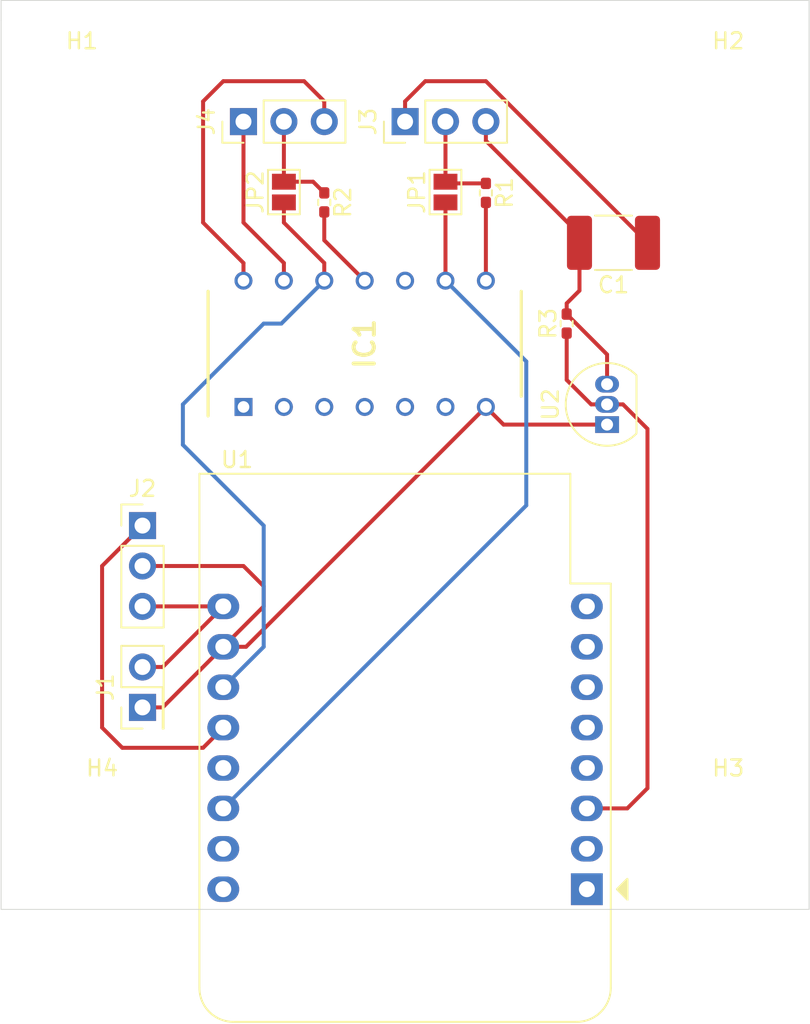
<source format=kicad_pcb>
(kicad_pcb (version 20171130) (host pcbnew "(5.1.9)-1")

  (general
    (thickness 1.6)
    (drawings 5)
    (tracks 71)
    (zones 0)
    (modules 17)
    (nets 26)
  )

  (page A4)
  (layers
    (0 F.Cu signal)
    (31 B.Cu signal)
    (32 B.Adhes user)
    (33 F.Adhes user)
    (34 B.Paste user)
    (35 F.Paste user)
    (36 B.SilkS user)
    (37 F.SilkS user)
    (38 B.Mask user)
    (39 F.Mask user)
    (40 Dwgs.User user)
    (41 Cmts.User user)
    (42 Eco1.User user)
    (43 Eco2.User user)
    (44 Edge.Cuts user)
    (45 Margin user)
    (46 B.CrtYd user)
    (47 F.CrtYd user)
    (48 B.Fab user)
    (49 F.Fab user)
  )

  (setup
    (last_trace_width 0.25)
    (user_trace_width 2)
    (trace_clearance 0.2)
    (zone_clearance 0.508)
    (zone_45_only no)
    (trace_min 0.2)
    (via_size 0.8)
    (via_drill 0.4)
    (via_min_size 0.4)
    (via_min_drill 0.3)
    (uvia_size 0.3)
    (uvia_drill 0.1)
    (uvias_allowed no)
    (uvia_min_size 0.2)
    (uvia_min_drill 0.1)
    (edge_width 0.05)
    (segment_width 0.2)
    (pcb_text_width 0.3)
    (pcb_text_size 1.5 1.5)
    (mod_edge_width 0.12)
    (mod_text_size 1 1)
    (mod_text_width 0.15)
    (pad_size 1.524 1.524)
    (pad_drill 0.762)
    (pad_to_mask_clearance 0)
    (aux_axis_origin 0 0)
    (visible_elements 7FFFFFFF)
    (pcbplotparams
      (layerselection 0x010fc_ffffffff)
      (usegerberextensions false)
      (usegerberattributes true)
      (usegerberadvancedattributes true)
      (creategerberjobfile true)
      (excludeedgelayer true)
      (linewidth 0.100000)
      (plotframeref false)
      (viasonmask false)
      (mode 1)
      (useauxorigin false)
      (hpglpennumber 1)
      (hpglpenspeed 20)
      (hpglpendiameter 15.000000)
      (psnegative false)
      (psa4output false)
      (plotreference true)
      (plotvalue true)
      (plotinvisibletext false)
      (padsonsilk false)
      (subtractmaskfromsilk false)
      (outputformat 1)
      (mirror false)
      (drillshape 1)
      (scaleselection 1)
      (outputdirectory ""))
  )

  (net 0 "")
  (net 1 +5V)
  (net 2 GND)
  (net 3 "Net-(IC1-Pad12)")
  (net 4 "Net-(IC1-Pad11)")
  (net 5 "Net-(IC1-Pad10)")
  (net 6 "Net-(IC1-Pad8)")
  (net 7 "Net-(IC1-Pad6)")
  (net 8 "Net-(IC1-Pad4)")
  (net 9 "Net-(IC1-Pad3)")
  (net 10 "Net-(IC1-Pad1)")
  (net 11 "Net-(R3-Pad1)")
  (net 12 "Net-(U1-Pad16)")
  (net 13 "Net-(U1-Pad13)")
  (net 14 "Net-(U1-Pad8)")
  (net 15 "Net-(U1-Pad7)")
  (net 16 "Net-(U1-Pad5)")
  (net 17 "Net-(U1-Pad4)")
  (net 18 "Net-(U1-Pad2)")
  (net 19 "Net-(U1-Pad1)")
  (net 20 "Net-(U1-Pad15)")
  (net 21 "Net-(U1-Pad6)")
  (net 22 D1)
  (net 23 "Net-(J2-Pad1)")
  (net 24 "Net-(J3-Pad2)")
  (net 25 "Net-(J4-Pad2)")

  (net_class Default "This is the default net class."
    (clearance 0.2)
    (trace_width 0.25)
    (via_dia 0.8)
    (via_drill 0.4)
    (uvia_dia 0.3)
    (uvia_drill 0.1)
    (add_net +5V)
    (add_net D1)
    (add_net GND)
    (add_net "Net-(IC1-Pad1)")
    (add_net "Net-(IC1-Pad10)")
    (add_net "Net-(IC1-Pad11)")
    (add_net "Net-(IC1-Pad12)")
    (add_net "Net-(IC1-Pad3)")
    (add_net "Net-(IC1-Pad4)")
    (add_net "Net-(IC1-Pad6)")
    (add_net "Net-(IC1-Pad8)")
    (add_net "Net-(J2-Pad1)")
    (add_net "Net-(J3-Pad2)")
    (add_net "Net-(J4-Pad2)")
    (add_net "Net-(R3-Pad1)")
    (add_net "Net-(U1-Pad1)")
    (add_net "Net-(U1-Pad13)")
    (add_net "Net-(U1-Pad15)")
    (add_net "Net-(U1-Pad16)")
    (add_net "Net-(U1-Pad2)")
    (add_net "Net-(U1-Pad4)")
    (add_net "Net-(U1-Pad5)")
    (add_net "Net-(U1-Pad6)")
    (add_net "Net-(U1-Pad7)")
    (add_net "Net-(U1-Pad8)")
  )

  (module Connector_PinHeader_2.54mm:PinHeader_1x03_P2.54mm_Vertical (layer F.Cu) (tedit 59FED5CC) (tstamp 608ACA78)
    (at 83.82 66.04)
    (descr "Through hole straight pin header, 1x03, 2.54mm pitch, single row")
    (tags "Through hole pin header THT 1x03 2.54mm single row")
    (path /607296B9)
    (fp_text reference J2 (at 0 -2.33) (layer F.SilkS)
      (effects (font (size 1 1) (thickness 0.15)))
    )
    (fp_text value Conn_01x03_Male (at 0 7.41) (layer F.Fab)
      (effects (font (size 1 1) (thickness 0.15)))
    )
    (fp_line (start -0.635 -1.27) (end 1.27 -1.27) (layer F.Fab) (width 0.1))
    (fp_line (start 1.27 -1.27) (end 1.27 6.35) (layer F.Fab) (width 0.1))
    (fp_line (start 1.27 6.35) (end -1.27 6.35) (layer F.Fab) (width 0.1))
    (fp_line (start -1.27 6.35) (end -1.27 -0.635) (layer F.Fab) (width 0.1))
    (fp_line (start -1.27 -0.635) (end -0.635 -1.27) (layer F.Fab) (width 0.1))
    (fp_line (start -1.33 6.41) (end 1.33 6.41) (layer F.SilkS) (width 0.12))
    (fp_line (start -1.33 1.27) (end -1.33 6.41) (layer F.SilkS) (width 0.12))
    (fp_line (start 1.33 1.27) (end 1.33 6.41) (layer F.SilkS) (width 0.12))
    (fp_line (start -1.33 1.27) (end 1.33 1.27) (layer F.SilkS) (width 0.12))
    (fp_line (start -1.33 0) (end -1.33 -1.33) (layer F.SilkS) (width 0.12))
    (fp_line (start -1.33 -1.33) (end 0 -1.33) (layer F.SilkS) (width 0.12))
    (fp_line (start -1.8 -1.8) (end -1.8 6.85) (layer F.CrtYd) (width 0.05))
    (fp_line (start -1.8 6.85) (end 1.8 6.85) (layer F.CrtYd) (width 0.05))
    (fp_line (start 1.8 6.85) (end 1.8 -1.8) (layer F.CrtYd) (width 0.05))
    (fp_line (start 1.8 -1.8) (end -1.8 -1.8) (layer F.CrtYd) (width 0.05))
    (fp_text user %R (at 0 2.54 90) (layer F.Fab)
      (effects (font (size 1 1) (thickness 0.15)))
    )
    (pad 3 thru_hole oval (at 0 5.08) (size 1.7 1.7) (drill 1) (layers *.Cu *.Mask)
      (net 1 +5V))
    (pad 2 thru_hole oval (at 0 2.54) (size 1.7 1.7) (drill 1) (layers *.Cu *.Mask)
      (net 2 GND))
    (pad 1 thru_hole rect (at 0 0) (size 1.7 1.7) (drill 1) (layers *.Cu *.Mask)
      (net 23 "Net-(J2-Pad1)"))
    (model ${KISYS3DMOD}/Connector_PinHeader_2.54mm.3dshapes/PinHeader_1x03_P2.54mm_Vertical.wrl
      (at (xyz 0 0 0))
      (scale (xyz 1 1 1))
      (rotate (xyz 0 0 0))
    )
  )

  (module Module:WEMOS_D1_mini_light (layer F.Cu) (tedit 5BBFB1CE) (tstamp 6075141E)
    (at 111.76 88.9 180)
    (descr "16-pin module, column spacing 22.86 mm (900 mils), https://wiki.wemos.cc/products:d1:d1_mini, https://c1.staticflickr.com/1/734/31400410271_f278b087db_z.jpg")
    (tags "ESP8266 WiFi microcontroller")
    (path /6076C9DF)
    (fp_text reference U1 (at 22 27) (layer F.SilkS)
      (effects (font (size 1 1) (thickness 0.15)))
    )
    (fp_text value WeMos_D1_mini (at 11.7 0) (layer F.Fab)
      (effects (font (size 1 1) (thickness 0.15)))
    )
    (fp_line (start 1.04 26.12) (end 24.36 26.12) (layer F.SilkS) (width 0.12))
    (fp_line (start -1.5 19.22) (end -1.5 -6.21) (layer F.SilkS) (width 0.12))
    (fp_line (start 24.36 26.12) (end 24.36 -6.21) (layer F.SilkS) (width 0.12))
    (fp_line (start 22.24 -8.34) (end 0.63 -8.34) (layer F.SilkS) (width 0.12))
    (fp_line (start 1.17 25.99) (end 24.23 25.99) (layer F.Fab) (width 0.1))
    (fp_line (start 24.23 25.99) (end 24.23 -6.21) (layer F.Fab) (width 0.1))
    (fp_line (start 22.23 -8.21) (end 0.63 -8.21) (layer F.Fab) (width 0.1))
    (fp_line (start -1.37 1) (end -1.37 19.09) (layer F.Fab) (width 0.1))
    (fp_line (start -1.62 -8.46) (end 24.48 -8.46) (layer F.CrtYd) (width 0.05))
    (fp_line (start 24.48 -8.41) (end 24.48 26.24) (layer F.CrtYd) (width 0.05))
    (fp_line (start 24.48 26.24) (end -1.62 26.24) (layer F.CrtYd) (width 0.05))
    (fp_line (start -1.62 26.24) (end -1.62 -8.46) (layer F.CrtYd) (width 0.05))
    (fp_poly (pts (xy -2.54 -0.635) (xy -2.54 0.635) (xy -1.905 0)) (layer F.SilkS) (width 0.15))
    (fp_line (start -1.35 -1.4) (end 24.25 -1.4) (layer Dwgs.User) (width 0.1))
    (fp_line (start 24.25 -1.4) (end 24.25 -8.2) (layer Dwgs.User) (width 0.1))
    (fp_line (start 24.25 -8.2) (end -1.35 -8.2) (layer Dwgs.User) (width 0.1))
    (fp_line (start -1.35 -8.2) (end -1.35 -1.4) (layer Dwgs.User) (width 0.1))
    (fp_line (start -1.35 -1.4) (end 5.45 -8.2) (layer Dwgs.User) (width 0.1))
    (fp_line (start 0.65 -1.4) (end 7.45 -8.2) (layer Dwgs.User) (width 0.1))
    (fp_line (start 2.65 -1.4) (end 9.45 -8.2) (layer Dwgs.User) (width 0.1))
    (fp_line (start 4.65 -1.4) (end 11.45 -8.2) (layer Dwgs.User) (width 0.1))
    (fp_line (start 6.65 -1.4) (end 13.45 -8.2) (layer Dwgs.User) (width 0.1))
    (fp_line (start 8.65 -1.4) (end 15.45 -8.2) (layer Dwgs.User) (width 0.1))
    (fp_line (start 10.65 -1.4) (end 17.45 -8.2) (layer Dwgs.User) (width 0.1))
    (fp_line (start 12.65 -1.4) (end 19.45 -8.2) (layer Dwgs.User) (width 0.1))
    (fp_line (start 14.65 -1.4) (end 21.45 -8.2) (layer Dwgs.User) (width 0.1))
    (fp_line (start 16.65 -1.4) (end 23.45 -8.2) (layer Dwgs.User) (width 0.1))
    (fp_line (start 18.65 -1.4) (end 24.25 -7) (layer Dwgs.User) (width 0.1))
    (fp_line (start 20.65 -1.4) (end 24.25 -5) (layer Dwgs.User) (width 0.1))
    (fp_line (start 22.65 -1.4) (end 24.25 -3) (layer Dwgs.User) (width 0.1))
    (fp_line (start -1.35 -3.4) (end 3.45 -8.2) (layer Dwgs.User) (width 0.1))
    (fp_line (start -1.3 -5.45) (end 1.45 -8.2) (layer Dwgs.User) (width 0.1))
    (fp_line (start -1.35 -7.4) (end -0.55 -8.2) (layer Dwgs.User) (width 0.1))
    (fp_line (start -1.37 19.09) (end 1.17 19.09) (layer F.Fab) (width 0.1))
    (fp_line (start 1.17 19.09) (end 1.17 25.99) (layer F.Fab) (width 0.1))
    (fp_line (start -1.37 -6.21) (end -1.37 -1) (layer F.Fab) (width 0.1))
    (fp_line (start -1.37 1) (end -0.37 0) (layer F.Fab) (width 0.1))
    (fp_line (start -0.37 0) (end -1.37 -1) (layer F.Fab) (width 0.1))
    (fp_line (start -1.5 19.22) (end 1.04 19.22) (layer F.SilkS) (width 0.12))
    (fp_line (start 1.04 19.22) (end 1.04 26.12) (layer F.SilkS) (width 0.12))
    (fp_text user "No copper" (at 11.43 -3.81) (layer Cmts.User)
      (effects (font (size 1 1) (thickness 0.15)))
    )
    (fp_text user "KEEP OUT" (at 11.43 -6.35) (layer Cmts.User)
      (effects (font (size 1 1) (thickness 0.15)))
    )
    (fp_arc (start 22.23 -6.21) (end 24.36 -6.21) (angle -90) (layer F.SilkS) (width 0.12))
    (fp_arc (start 0.63 -6.21) (end 0.63 -8.34) (angle -90) (layer F.SilkS) (width 0.12))
    (fp_arc (start 22.23 -6.21) (end 24.23 -6.19) (angle -90) (layer F.Fab) (width 0.1))
    (fp_arc (start 0.63 -6.21) (end 0.63 -8.21) (angle -90) (layer F.Fab) (width 0.1))
    (fp_text user %R (at 11.43 10) (layer F.Fab)
      (effects (font (size 1 1) (thickness 0.15)))
    )
    (pad 16 thru_hole oval (at 22.86 0 180) (size 2 1.6) (drill 1) (layers *.Cu *.Mask)
      (net 12 "Net-(U1-Pad16)"))
    (pad 15 thru_hole oval (at 22.86 2.54 180) (size 2 1.6) (drill 1) (layers *.Cu *.Mask)
      (net 20 "Net-(U1-Pad15)"))
    (pad 14 thru_hole oval (at 22.86 5.08 180) (size 2 1.6) (drill 1) (layers *.Cu *.Mask)
      (net 22 D1))
    (pad 13 thru_hole oval (at 22.86 7.62 180) (size 2 1.6) (drill 1) (layers *.Cu *.Mask)
      (net 13 "Net-(U1-Pad13)"))
    (pad 12 thru_hole oval (at 22.86 10.16 180) (size 2 1.6) (drill 1) (layers *.Cu *.Mask)
      (net 23 "Net-(J2-Pad1)"))
    (pad 11 thru_hole oval (at 22.86 12.7 180) (size 2 1.6) (drill 1) (layers *.Cu *.Mask)
      (net 3 "Net-(IC1-Pad12)"))
    (pad 10 thru_hole oval (at 22.86 15.24 180) (size 2 1.6) (drill 1) (layers *.Cu *.Mask)
      (net 2 GND))
    (pad 9 thru_hole oval (at 22.86 17.78 180) (size 2 1.6) (drill 1) (layers *.Cu *.Mask)
      (net 1 +5V))
    (pad 8 thru_hole oval (at 0 17.78 180) (size 2 1.6) (drill 1) (layers *.Cu *.Mask)
      (net 14 "Net-(U1-Pad8)"))
    (pad 7 thru_hole oval (at 0 15.24 180) (size 2 1.6) (drill 1) (layers *.Cu *.Mask)
      (net 15 "Net-(U1-Pad7)"))
    (pad 6 thru_hole oval (at 0 12.7 180) (size 2 1.6) (drill 1) (layers *.Cu *.Mask)
      (net 21 "Net-(U1-Pad6)"))
    (pad 5 thru_hole oval (at 0 10.16 180) (size 2 1.6) (drill 1) (layers *.Cu *.Mask)
      (net 16 "Net-(U1-Pad5)"))
    (pad 4 thru_hole oval (at 0 7.62 180) (size 2 1.6) (drill 1) (layers *.Cu *.Mask)
      (net 17 "Net-(U1-Pad4)"))
    (pad 3 thru_hole oval (at 0 5.08 180) (size 2 1.6) (drill 1) (layers *.Cu *.Mask)
      (net 11 "Net-(R3-Pad1)"))
    (pad 1 thru_hole rect (at 0 0 180) (size 2 2) (drill 1) (layers *.Cu *.Mask)
      (net 19 "Net-(U1-Pad1)"))
    (pad 2 thru_hole oval (at 0 2.54 180) (size 2 1.6) (drill 1) (layers *.Cu *.Mask)
      (net 18 "Net-(U1-Pad2)"))
    (model ${KISYS3DMOD}/Module.3dshapes/WEMOS_D1_mini_light.wrl
      (at (xyz 0 0 0))
      (scale (xyz 1 1 1))
      (rotate (xyz 0 0 0))
    )
    (model ${KISYS3DMOD}/Connector_PinHeader_2.54mm.3dshapes/PinHeader_1x08_P2.54mm_Vertical.wrl
      (offset (xyz 0 0 9.5))
      (scale (xyz 1 1 1))
      (rotate (xyz 0 -180 0))
    )
    (model ${KISYS3DMOD}/Connector_PinHeader_2.54mm.3dshapes/PinHeader_1x08_P2.54mm_Vertical.wrl
      (offset (xyz 22.86 0 9.5))
      (scale (xyz 1 1 1))
      (rotate (xyz 0 -180 0))
    )
    (model ${KISYS3DMOD}/Connector_PinSocket_2.54mm.3dshapes/PinSocket_1x08_P2.54mm_Vertical.wrl
      (at (xyz 0 0 0))
      (scale (xyz 1 1 1))
      (rotate (xyz 0 0 0))
    )
    (model ${KISYS3DMOD}/Connector_PinSocket_2.54mm.3dshapes/PinSocket_1x08_P2.54mm_Vertical.wrl
      (offset (xyz 22.86 0 0))
      (scale (xyz 1 1 1))
      (rotate (xyz 0 0 0))
    )
  )

  (module Resistor_SMD:R_0402_1005Metric_Pad0.72x0.64mm_HandSolder (layer F.Cu) (tedit 5F6BB9E0) (tstamp 608AABBD)
    (at 105.41 45.1225 270)
    (descr "Resistor SMD 0402 (1005 Metric), square (rectangular) end terminal, IPC_7351 nominal with elongated pad for handsoldering. (Body size source: IPC-SM-782 page 72, https://www.pcb-3d.com/wordpress/wp-content/uploads/ipc-sm-782a_amendment_1_and_2.pdf), generated with kicad-footprint-generator")
    (tags "resistor handsolder")
    (path /60798DC5)
    (attr smd)
    (fp_text reference R1 (at 0 -1.17 90) (layer F.SilkS)
      (effects (font (size 1 1) (thickness 0.15)))
    )
    (fp_text value 470R (at 0 1.17 90) (layer F.Fab)
      (effects (font (size 1 1) (thickness 0.15)))
    )
    (fp_line (start 1.1 0.47) (end -1.1 0.47) (layer F.CrtYd) (width 0.05))
    (fp_line (start 1.1 -0.47) (end 1.1 0.47) (layer F.CrtYd) (width 0.05))
    (fp_line (start -1.1 -0.47) (end 1.1 -0.47) (layer F.CrtYd) (width 0.05))
    (fp_line (start -1.1 0.47) (end -1.1 -0.47) (layer F.CrtYd) (width 0.05))
    (fp_line (start -0.167621 0.38) (end 0.167621 0.38) (layer F.SilkS) (width 0.12))
    (fp_line (start -0.167621 -0.38) (end 0.167621 -0.38) (layer F.SilkS) (width 0.12))
    (fp_line (start 0.525 0.27) (end -0.525 0.27) (layer F.Fab) (width 0.1))
    (fp_line (start 0.525 -0.27) (end 0.525 0.27) (layer F.Fab) (width 0.1))
    (fp_line (start -0.525 -0.27) (end 0.525 -0.27) (layer F.Fab) (width 0.1))
    (fp_line (start -0.525 0.27) (end -0.525 -0.27) (layer F.Fab) (width 0.1))
    (fp_text user %R (at 0 0 90) (layer F.Fab)
      (effects (font (size 0.26 0.26) (thickness 0.04)))
    )
    (pad 2 smd roundrect (at 0.5975 0 270) (size 0.715 0.64) (layers F.Cu F.Paste F.Mask) (roundrect_rratio 0.25)
      (net 6 "Net-(IC1-Pad8)"))
    (pad 1 smd roundrect (at -0.5975 0 270) (size 0.715 0.64) (layers F.Cu F.Paste F.Mask) (roundrect_rratio 0.25)
      (net 24 "Net-(J3-Pad2)"))
    (model ${KISYS3DMOD}/Resistor_SMD.3dshapes/R_0402_1005Metric.wrl
      (at (xyz 0 0 0))
      (scale (xyz 1 1 1))
      (rotate (xyz 0 0 0))
    )
  )

  (module Jumper:SolderJumper-2_P1.3mm_Open_Pad1.0x1.5mm (layer F.Cu) (tedit 5A3EABFC) (tstamp 608AAB4C)
    (at 102.87 45.07 90)
    (descr "SMD Solder Jumper, 1x1.5mm Pads, 0.3mm gap, open")
    (tags "solder jumper open")
    (path /607A167B)
    (attr virtual)
    (fp_text reference JP1 (at 0 -1.8 90) (layer F.SilkS)
      (effects (font (size 1 1) (thickness 0.15)))
    )
    (fp_text value SolderJumper_2_Open (at 0 1.9 90) (layer F.Fab)
      (effects (font (size 1 1) (thickness 0.15)))
    )
    (fp_line (start 1.65 1.25) (end -1.65 1.25) (layer F.CrtYd) (width 0.05))
    (fp_line (start 1.65 1.25) (end 1.65 -1.25) (layer F.CrtYd) (width 0.05))
    (fp_line (start -1.65 -1.25) (end -1.65 1.25) (layer F.CrtYd) (width 0.05))
    (fp_line (start -1.65 -1.25) (end 1.65 -1.25) (layer F.CrtYd) (width 0.05))
    (fp_line (start -1.4 -1) (end 1.4 -1) (layer F.SilkS) (width 0.12))
    (fp_line (start 1.4 -1) (end 1.4 1) (layer F.SilkS) (width 0.12))
    (fp_line (start 1.4 1) (end -1.4 1) (layer F.SilkS) (width 0.12))
    (fp_line (start -1.4 1) (end -1.4 -1) (layer F.SilkS) (width 0.12))
    (pad 1 smd rect (at -0.65 0 90) (size 1 1.5) (layers F.Cu F.Mask)
      (net 22 D1))
    (pad 2 smd rect (at 0.65 0 90) (size 1 1.5) (layers F.Cu F.Mask)
      (net 24 "Net-(J3-Pad2)"))
  )

  (module Connector_PinHeader_2.54mm:PinHeader_1x03_P2.54mm_Vertical (layer F.Cu) (tedit 59FED5CC) (tstamp 608AAAF8)
    (at 100.33 40.64 90)
    (descr "Through hole straight pin header, 1x03, 2.54mm pitch, single row")
    (tags "Through hole pin header THT 1x03 2.54mm single row")
    (path /6079C454)
    (fp_text reference J3 (at 0 -2.33 90) (layer F.SilkS)
      (effects (font (size 1 1) (thickness 0.15)))
    )
    (fp_text value Conn_01x03_Male (at 0 7.41 90) (layer F.Fab)
      (effects (font (size 1 1) (thickness 0.15)))
    )
    (fp_line (start 1.8 -1.8) (end -1.8 -1.8) (layer F.CrtYd) (width 0.05))
    (fp_line (start 1.8 6.85) (end 1.8 -1.8) (layer F.CrtYd) (width 0.05))
    (fp_line (start -1.8 6.85) (end 1.8 6.85) (layer F.CrtYd) (width 0.05))
    (fp_line (start -1.8 -1.8) (end -1.8 6.85) (layer F.CrtYd) (width 0.05))
    (fp_line (start -1.33 -1.33) (end 0 -1.33) (layer F.SilkS) (width 0.12))
    (fp_line (start -1.33 0) (end -1.33 -1.33) (layer F.SilkS) (width 0.12))
    (fp_line (start -1.33 1.27) (end 1.33 1.27) (layer F.SilkS) (width 0.12))
    (fp_line (start 1.33 1.27) (end 1.33 6.41) (layer F.SilkS) (width 0.12))
    (fp_line (start -1.33 1.27) (end -1.33 6.41) (layer F.SilkS) (width 0.12))
    (fp_line (start -1.33 6.41) (end 1.33 6.41) (layer F.SilkS) (width 0.12))
    (fp_line (start -1.27 -0.635) (end -0.635 -1.27) (layer F.Fab) (width 0.1))
    (fp_line (start -1.27 6.35) (end -1.27 -0.635) (layer F.Fab) (width 0.1))
    (fp_line (start 1.27 6.35) (end -1.27 6.35) (layer F.Fab) (width 0.1))
    (fp_line (start 1.27 -1.27) (end 1.27 6.35) (layer F.Fab) (width 0.1))
    (fp_line (start -0.635 -1.27) (end 1.27 -1.27) (layer F.Fab) (width 0.1))
    (fp_text user %R (at 0 2.54) (layer F.Fab)
      (effects (font (size 1 1) (thickness 0.15)))
    )
    (pad 3 thru_hole oval (at 0 5.08 90) (size 1.7 1.7) (drill 1) (layers *.Cu *.Mask)
      (net 1 +5V))
    (pad 2 thru_hole oval (at 0 2.54 90) (size 1.7 1.7) (drill 1) (layers *.Cu *.Mask)
      (net 24 "Net-(J3-Pad2)"))
    (pad 1 thru_hole rect (at 0 0 90) (size 1.7 1.7) (drill 1) (layers *.Cu *.Mask)
      (net 2 GND))
    (model ${KISYS3DMOD}/Connector_PinHeader_2.54mm.3dshapes/PinHeader_1x03_P2.54mm_Vertical.wrl
      (at (xyz 0 0 0))
      (scale (xyz 1 1 1))
      (rotate (xyz 0 0 0))
    )
  )

  (module MountingHole:MountingHole_3.2mm_M3_DIN965 (layer F.Cu) (tedit 56D1B4CB) (tstamp 608AA967)
    (at 81.28 85.09)
    (descr "Mounting Hole 3.2mm, no annular, M3, DIN965")
    (tags "mounting hole 3.2mm no annular m3 din965")
    (path /60785CE9)
    (attr virtual)
    (fp_text reference H4 (at 0 -3.8) (layer F.SilkS)
      (effects (font (size 1 1) (thickness 0.15)))
    )
    (fp_text value MountingHole (at 0 3.8) (layer F.Fab)
      (effects (font (size 1 1) (thickness 0.15)))
    )
    (fp_circle (center 0 0) (end 3.05 0) (layer F.CrtYd) (width 0.05))
    (fp_circle (center 0 0) (end 2.8 0) (layer Cmts.User) (width 0.15))
    (fp_text user %R (at 0.3 0) (layer F.Fab)
      (effects (font (size 1 1) (thickness 0.15)))
    )
    (pad 1 np_thru_hole circle (at 0 0) (size 3.2 3.2) (drill 3.2) (layers *.Cu *.Mask))
  )

  (module MountingHole:MountingHole_3.2mm_M3_DIN965 (layer F.Cu) (tedit 56D1B4CB) (tstamp 608ACED6)
    (at 120.65 85.09)
    (descr "Mounting Hole 3.2mm, no annular, M3, DIN965")
    (tags "mounting hole 3.2mm no annular m3 din965")
    (path /60785AAF)
    (attr virtual)
    (fp_text reference H3 (at 0 -3.8) (layer F.SilkS)
      (effects (font (size 1 1) (thickness 0.15)))
    )
    (fp_text value MountingHole (at 0 3.8) (layer F.Fab)
      (effects (font (size 1 1) (thickness 0.15)))
    )
    (fp_circle (center 0 0) (end 3.05 0) (layer F.CrtYd) (width 0.05))
    (fp_circle (center 0 0) (end 2.8 0) (layer Cmts.User) (width 0.15))
    (fp_text user %R (at 0.3 0) (layer F.Fab)
      (effects (font (size 1 1) (thickness 0.15)))
    )
    (pad 1 np_thru_hole circle (at 0 0) (size 3.2 3.2) (drill 3.2) (layers *.Cu *.Mask))
  )

  (module MountingHole:MountingHole_3.2mm_M3_DIN965 (layer F.Cu) (tedit 56D1B4CB) (tstamp 608ACF18)
    (at 120.65 39.37)
    (descr "Mounting Hole 3.2mm, no annular, M3, DIN965")
    (tags "mounting hole 3.2mm no annular m3 din965")
    (path /60785916)
    (attr virtual)
    (fp_text reference H2 (at 0 -3.8) (layer F.SilkS)
      (effects (font (size 1 1) (thickness 0.15)))
    )
    (fp_text value MountingHole (at 0 3.8) (layer F.Fab)
      (effects (font (size 1 1) (thickness 0.15)))
    )
    (fp_circle (center 0 0) (end 3.05 0) (layer F.CrtYd) (width 0.05))
    (fp_circle (center 0 0) (end 2.8 0) (layer Cmts.User) (width 0.15))
    (fp_text user %R (at 0.3 0) (layer F.Fab)
      (effects (font (size 1 1) (thickness 0.15)))
    )
    (pad 1 np_thru_hole circle (at 0 0) (size 3.2 3.2) (drill 3.2) (layers *.Cu *.Mask))
  )

  (module MountingHole:MountingHole_3.2mm_M3_DIN965 (layer F.Cu) (tedit 56D1B4CB) (tstamp 608ACE7C)
    (at 80.01 39.37)
    (descr "Mounting Hole 3.2mm, no annular, M3, DIN965")
    (tags "mounting hole 3.2mm no annular m3 din965")
    (path /607852A3)
    (attr virtual)
    (fp_text reference H1 (at 0 -3.8) (layer F.SilkS)
      (effects (font (size 1 1) (thickness 0.15)))
    )
    (fp_text value MountingHole (at 0 3.8) (layer F.Fab)
      (effects (font (size 1 1) (thickness 0.15)))
    )
    (fp_circle (center 0 0) (end 3.05 0) (layer F.CrtYd) (width 0.05))
    (fp_circle (center 0 0) (end 2.8 0) (layer Cmts.User) (width 0.15))
    (fp_text user %R (at 0.3 0) (layer F.Fab)
      (effects (font (size 1 1) (thickness 0.15)))
    )
    (pad 1 np_thru_hole circle (at 0 0) (size 3.2 3.2) (drill 3.2) (layers *.Cu *.Mask))
  )

  (module Resistor_SMD:R_0402_1005Metric_Pad0.72x0.64mm_HandSolder (layer F.Cu) (tedit 5F6BB9E0) (tstamp 608AC81D)
    (at 95.25 45.72 270)
    (descr "Resistor SMD 0402 (1005 Metric), square (rectangular) end terminal, IPC_7351 nominal with elongated pad for handsoldering. (Body size source: IPC-SM-782 page 72, https://www.pcb-3d.com/wordpress/wp-content/uploads/ipc-sm-782a_amendment_1_and_2.pdf), generated with kicad-footprint-generator")
    (tags "resistor handsolder")
    (path /605DF8A9)
    (attr smd)
    (fp_text reference R2 (at 0 -1.17 90) (layer F.SilkS)
      (effects (font (size 1 1) (thickness 0.15)))
    )
    (fp_text value 470R (at 0 1.17 90) (layer F.Fab)
      (effects (font (size 1 1) (thickness 0.15)))
    )
    (fp_line (start -0.525 0.27) (end -0.525 -0.27) (layer F.Fab) (width 0.1))
    (fp_line (start -0.525 -0.27) (end 0.525 -0.27) (layer F.Fab) (width 0.1))
    (fp_line (start 0.525 -0.27) (end 0.525 0.27) (layer F.Fab) (width 0.1))
    (fp_line (start 0.525 0.27) (end -0.525 0.27) (layer F.Fab) (width 0.1))
    (fp_line (start -0.167621 -0.38) (end 0.167621 -0.38) (layer F.SilkS) (width 0.12))
    (fp_line (start -0.167621 0.38) (end 0.167621 0.38) (layer F.SilkS) (width 0.12))
    (fp_line (start -1.1 0.47) (end -1.1 -0.47) (layer F.CrtYd) (width 0.05))
    (fp_line (start -1.1 -0.47) (end 1.1 -0.47) (layer F.CrtYd) (width 0.05))
    (fp_line (start 1.1 -0.47) (end 1.1 0.47) (layer F.CrtYd) (width 0.05))
    (fp_line (start 1.1 0.47) (end -1.1 0.47) (layer F.CrtYd) (width 0.05))
    (fp_text user %R (at 0 0 90) (layer F.Fab)
      (effects (font (size 0.26 0.26) (thickness 0.04)))
    )
    (pad 2 smd roundrect (at 0.5975 0 270) (size 0.715 0.64) (layers F.Cu F.Paste F.Mask) (roundrect_rratio 0.25)
      (net 4 "Net-(IC1-Pad11)"))
    (pad 1 smd roundrect (at -0.5975 0 270) (size 0.715 0.64) (layers F.Cu F.Paste F.Mask) (roundrect_rratio 0.25)
      (net 25 "Net-(J4-Pad2)"))
    (model ${KISYS3DMOD}/Resistor_SMD.3dshapes/R_0402_1005Metric.wrl
      (at (xyz 0 0 0))
      (scale (xyz 1 1 1))
      (rotate (xyz 0 0 0))
    )
  )

  (module SamacSys_Parts:DIP794W53P254L1930H508Q14N (layer F.Cu) (tedit 0) (tstamp 607502D2)
    (at 97.79 54.61 90)
    (descr "N (R-PDIP-T)")
    (tags "Integrated Circuit")
    (path /6077B2A2)
    (fp_text reference IC1 (at 0 0 90) (layer F.SilkS)
      (effects (font (size 1.27 1.27) (thickness 0.254)))
    )
    (fp_text value SN74AHCT125N (at 0 0 90) (layer F.SilkS) hide
      (effects (font (size 1.27 1.27) (thickness 0.254)))
    )
    (fp_line (start -4.945 -10.095) (end 4.945 -10.095) (layer F.CrtYd) (width 0.05))
    (fp_line (start 4.945 -10.095) (end 4.945 10.095) (layer F.CrtYd) (width 0.05))
    (fp_line (start 4.945 10.095) (end -4.945 10.095) (layer F.CrtYd) (width 0.05))
    (fp_line (start -4.945 10.095) (end -4.945 -10.095) (layer F.CrtYd) (width 0.05))
    (fp_line (start -3.3 -9.845) (end 3.3 -9.845) (layer F.Fab) (width 0.1))
    (fp_line (start 3.3 -9.845) (end 3.3 9.845) (layer F.Fab) (width 0.1))
    (fp_line (start 3.3 9.845) (end -3.3 9.845) (layer F.Fab) (width 0.1))
    (fp_line (start -3.3 9.845) (end -3.3 -9.845) (layer F.Fab) (width 0.1))
    (fp_line (start -3.3 -8.575) (end -2.03 -9.845) (layer F.Fab) (width 0.1))
    (fp_line (start -4.535 -9.845) (end 3.3 -9.845) (layer F.SilkS) (width 0.2))
    (fp_line (start -3.3 9.845) (end 3.3 9.845) (layer F.SilkS) (width 0.2))
    (fp_text user %R (at 0 0 90) (layer F.Fab)
      (effects (font (size 1.27 1.27) (thickness 0.254)))
    )
    (pad 14 thru_hole circle (at 3.97 -7.62 90) (size 1.13 1.13) (drill 0.73) (layers *.Cu *.Mask)
      (net 1 +5V))
    (pad 13 thru_hole circle (at 3.97 -5.08 90) (size 1.13 1.13) (drill 0.73) (layers *.Cu *.Mask)
      (net 2 GND))
    (pad 12 thru_hole circle (at 3.97 -2.54 90) (size 1.13 1.13) (drill 0.73) (layers *.Cu *.Mask)
      (net 3 "Net-(IC1-Pad12)"))
    (pad 11 thru_hole circle (at 3.97 0 90) (size 1.13 1.13) (drill 0.73) (layers *.Cu *.Mask)
      (net 4 "Net-(IC1-Pad11)"))
    (pad 10 thru_hole circle (at 3.97 2.54 90) (size 1.13 1.13) (drill 0.73) (layers *.Cu *.Mask)
      (net 5 "Net-(IC1-Pad10)"))
    (pad 9 thru_hole circle (at 3.97 5.08 90) (size 1.13 1.13) (drill 0.73) (layers *.Cu *.Mask)
      (net 22 D1))
    (pad 8 thru_hole circle (at 3.97 7.62 90) (size 1.13 1.13) (drill 0.73) (layers *.Cu *.Mask)
      (net 6 "Net-(IC1-Pad8)"))
    (pad 7 thru_hole circle (at -3.97 7.62 90) (size 1.13 1.13) (drill 0.73) (layers *.Cu *.Mask)
      (net 2 GND))
    (pad 6 thru_hole circle (at -3.97 5.08 90) (size 1.13 1.13) (drill 0.73) (layers *.Cu *.Mask)
      (net 7 "Net-(IC1-Pad6)"))
    (pad 5 thru_hole circle (at -3.97 2.54 90) (size 1.13 1.13) (drill 0.73) (layers *.Cu *.Mask)
      (net 1 +5V))
    (pad 4 thru_hole circle (at -3.97 0 90) (size 1.13 1.13) (drill 0.73) (layers *.Cu *.Mask)
      (net 8 "Net-(IC1-Pad4)"))
    (pad 3 thru_hole circle (at -3.97 -2.54 90) (size 1.13 1.13) (drill 0.73) (layers *.Cu *.Mask)
      (net 9 "Net-(IC1-Pad3)"))
    (pad 2 thru_hole circle (at -3.97 -5.08 90) (size 1.13 1.13) (drill 0.73) (layers *.Cu *.Mask)
      (net 1 +5V))
    (pad 1 thru_hole rect (at -3.97 -7.62 90) (size 1.13 1.13) (drill 0.73) (layers *.Cu *.Mask)
      (net 10 "Net-(IC1-Pad1)"))
    (model C:\Users\rico2\OneDrive\Documents\eCAD\SamacSys_Parts.3dshapes\SN74AHCT125N.stp
      (at (xyz 0 0 0))
      (scale (xyz 1 1 1))
      (rotate (xyz 0 0 0))
    )
  )

  (module Package_TO_SOT_THT:TO-92_Inline (layer F.Cu) (tedit 5A1DD157) (tstamp 60756626)
    (at 113.03 59.69 90)
    (descr "TO-92 leads in-line, narrow, oval pads, drill 0.75mm (see NXP sot054_po.pdf)")
    (tags "to-92 sc-43 sc-43a sot54 PA33 transistor")
    (path /606F0465)
    (fp_text reference U2 (at 1.27 -3.56 90) (layer F.SilkS)
      (effects (font (size 1 1) (thickness 0.15)))
    )
    (fp_text value DS18B20 (at 1.27 2.79 90) (layer F.Fab)
      (effects (font (size 1 1) (thickness 0.15)))
    )
    (fp_line (start -0.53 1.85) (end 3.07 1.85) (layer F.SilkS) (width 0.12))
    (fp_line (start -0.5 1.75) (end 3 1.75) (layer F.Fab) (width 0.1))
    (fp_line (start -1.46 -2.73) (end 4 -2.73) (layer F.CrtYd) (width 0.05))
    (fp_line (start -1.46 -2.73) (end -1.46 2.01) (layer F.CrtYd) (width 0.05))
    (fp_line (start 4 2.01) (end 4 -2.73) (layer F.CrtYd) (width 0.05))
    (fp_line (start 4 2.01) (end -1.46 2.01) (layer F.CrtYd) (width 0.05))
    (fp_arc (start 1.27 0) (end 1.27 -2.6) (angle 135) (layer F.SilkS) (width 0.12))
    (fp_arc (start 1.27 0) (end 1.27 -2.48) (angle -135) (layer F.Fab) (width 0.1))
    (fp_arc (start 1.27 0) (end 1.27 -2.6) (angle -135) (layer F.SilkS) (width 0.12))
    (fp_arc (start 1.27 0) (end 1.27 -2.48) (angle 135) (layer F.Fab) (width 0.1))
    (fp_text user %R (at 1.27 0 90) (layer F.Fab)
      (effects (font (size 1 1) (thickness 0.15)))
    )
    (pad 1 thru_hole rect (at 0 0 90) (size 1.05 1.5) (drill 0.75) (layers *.Cu *.Mask)
      (net 2 GND))
    (pad 3 thru_hole oval (at 2.54 0 90) (size 1.05 1.5) (drill 0.75) (layers *.Cu *.Mask)
      (net 1 +5V))
    (pad 2 thru_hole oval (at 1.27 0 90) (size 1.05 1.5) (drill 0.75) (layers *.Cu *.Mask)
      (net 11 "Net-(R3-Pad1)"))
    (model ${KISYS3DMOD}/Package_TO_SOT_THT.3dshapes/TO-92_Inline.wrl
      (at (xyz 0 0 0))
      (scale (xyz 1 1 1))
      (rotate (xyz 0 0 0))
    )
  )

  (module Resistor_SMD:R_0402_1005Metric_Pad0.72x0.64mm_HandSolder (layer F.Cu) (tedit 5F6BB9E0) (tstamp 607579F3)
    (at 110.49 53.34 90)
    (descr "Resistor SMD 0402 (1005 Metric), square (rectangular) end terminal, IPC_7351 nominal with elongated pad for handsoldering. (Body size source: IPC-SM-782 page 72, https://www.pcb-3d.com/wordpress/wp-content/uploads/ipc-sm-782a_amendment_1_and_2.pdf), generated with kicad-footprint-generator")
    (tags "resistor handsolder")
    (path /606F51BA)
    (attr smd)
    (fp_text reference R3 (at 0 -1.17 90) (layer F.SilkS)
      (effects (font (size 1 1) (thickness 0.15)))
    )
    (fp_text value 4.7k (at 0 1.17 90) (layer F.Fab)
      (effects (font (size 1 1) (thickness 0.15)))
    )
    (fp_line (start -0.525 0.27) (end -0.525 -0.27) (layer F.Fab) (width 0.1))
    (fp_line (start -0.525 -0.27) (end 0.525 -0.27) (layer F.Fab) (width 0.1))
    (fp_line (start 0.525 -0.27) (end 0.525 0.27) (layer F.Fab) (width 0.1))
    (fp_line (start 0.525 0.27) (end -0.525 0.27) (layer F.Fab) (width 0.1))
    (fp_line (start -0.167621 -0.38) (end 0.167621 -0.38) (layer F.SilkS) (width 0.12))
    (fp_line (start -0.167621 0.38) (end 0.167621 0.38) (layer F.SilkS) (width 0.12))
    (fp_line (start -1.1 0.47) (end -1.1 -0.47) (layer F.CrtYd) (width 0.05))
    (fp_line (start -1.1 -0.47) (end 1.1 -0.47) (layer F.CrtYd) (width 0.05))
    (fp_line (start 1.1 -0.47) (end 1.1 0.47) (layer F.CrtYd) (width 0.05))
    (fp_line (start 1.1 0.47) (end -1.1 0.47) (layer F.CrtYd) (width 0.05))
    (fp_text user %R (at 0 0 180) (layer F.Fab)
      (effects (font (size 0.26 0.26) (thickness 0.04)))
    )
    (pad 2 smd roundrect (at 0.5975 0 90) (size 0.715 0.64) (layers F.Cu F.Paste F.Mask) (roundrect_rratio 0.25)
      (net 1 +5V))
    (pad 1 smd roundrect (at -0.5975 0 90) (size 0.715 0.64) (layers F.Cu F.Paste F.Mask) (roundrect_rratio 0.25)
      (net 11 "Net-(R3-Pad1)"))
    (model ${KISYS3DMOD}/Resistor_SMD.3dshapes/R_0402_1005Metric.wrl
      (at (xyz 0 0 0))
      (scale (xyz 1 1 1))
      (rotate (xyz 0 0 0))
    )
  )

  (module Jumper:SolderJumper-2_P1.3mm_Open_Pad1.0x1.5mm (layer F.Cu) (tedit 5A3EABFC) (tstamp 6075045B)
    (at 92.71 45.07 90)
    (descr "SMD Solder Jumper, 1x1.5mm Pads, 0.3mm gap, open")
    (tags "solder jumper open")
    (path /60609B2B)
    (attr virtual)
    (fp_text reference JP2 (at 0 -1.8 90) (layer F.SilkS)
      (effects (font (size 1 1) (thickness 0.15)))
    )
    (fp_text value SolderJumper_2_Open (at 0 1.9 90) (layer F.Fab)
      (effects (font (size 1 1) (thickness 0.15)))
    )
    (fp_line (start -1.4 1) (end -1.4 -1) (layer F.SilkS) (width 0.12))
    (fp_line (start 1.4 1) (end -1.4 1) (layer F.SilkS) (width 0.12))
    (fp_line (start 1.4 -1) (end 1.4 1) (layer F.SilkS) (width 0.12))
    (fp_line (start -1.4 -1) (end 1.4 -1) (layer F.SilkS) (width 0.12))
    (fp_line (start -1.65 -1.25) (end 1.65 -1.25) (layer F.CrtYd) (width 0.05))
    (fp_line (start -1.65 -1.25) (end -1.65 1.25) (layer F.CrtYd) (width 0.05))
    (fp_line (start 1.65 1.25) (end 1.65 -1.25) (layer F.CrtYd) (width 0.05))
    (fp_line (start 1.65 1.25) (end -1.65 1.25) (layer F.CrtYd) (width 0.05))
    (pad 1 smd rect (at -0.65 0 90) (size 1 1.5) (layers F.Cu F.Mask)
      (net 3 "Net-(IC1-Pad12)"))
    (pad 2 smd rect (at 0.65 0 90) (size 1 1.5) (layers F.Cu F.Mask)
      (net 25 "Net-(J4-Pad2)"))
  )

  (module Connector_PinHeader_2.54mm:PinHeader_1x03_P2.54mm_Vertical (layer F.Cu) (tedit 59FED5CC) (tstamp 608AC63F)
    (at 90.17 40.64 90)
    (descr "Through hole straight pin header, 1x03, 2.54mm pitch, single row")
    (tags "Through hole pin header THT 1x03 2.54mm single row")
    (path /605E6419)
    (fp_text reference J4 (at 0 -2.33 90) (layer F.SilkS)
      (effects (font (size 1 1) (thickness 0.15)))
    )
    (fp_text value Conn_01x03_Male (at 0 7.41 90) (layer F.Fab)
      (effects (font (size 1 1) (thickness 0.15)))
    )
    (fp_line (start -0.635 -1.27) (end 1.27 -1.27) (layer F.Fab) (width 0.1))
    (fp_line (start 1.27 -1.27) (end 1.27 6.35) (layer F.Fab) (width 0.1))
    (fp_line (start 1.27 6.35) (end -1.27 6.35) (layer F.Fab) (width 0.1))
    (fp_line (start -1.27 6.35) (end -1.27 -0.635) (layer F.Fab) (width 0.1))
    (fp_line (start -1.27 -0.635) (end -0.635 -1.27) (layer F.Fab) (width 0.1))
    (fp_line (start -1.33 6.41) (end 1.33 6.41) (layer F.SilkS) (width 0.12))
    (fp_line (start -1.33 1.27) (end -1.33 6.41) (layer F.SilkS) (width 0.12))
    (fp_line (start 1.33 1.27) (end 1.33 6.41) (layer F.SilkS) (width 0.12))
    (fp_line (start -1.33 1.27) (end 1.33 1.27) (layer F.SilkS) (width 0.12))
    (fp_line (start -1.33 0) (end -1.33 -1.33) (layer F.SilkS) (width 0.12))
    (fp_line (start -1.33 -1.33) (end 0 -1.33) (layer F.SilkS) (width 0.12))
    (fp_line (start -1.8 -1.8) (end -1.8 6.85) (layer F.CrtYd) (width 0.05))
    (fp_line (start -1.8 6.85) (end 1.8 6.85) (layer F.CrtYd) (width 0.05))
    (fp_line (start 1.8 6.85) (end 1.8 -1.8) (layer F.CrtYd) (width 0.05))
    (fp_line (start 1.8 -1.8) (end -1.8 -1.8) (layer F.CrtYd) (width 0.05))
    (fp_text user %R (at 0 2.54) (layer F.Fab)
      (effects (font (size 1 1) (thickness 0.15)))
    )
    (pad 3 thru_hole oval (at 0 5.08 90) (size 1.7 1.7) (drill 1) (layers *.Cu *.Mask)
      (net 1 +5V))
    (pad 2 thru_hole oval (at 0 2.54 90) (size 1.7 1.7) (drill 1) (layers *.Cu *.Mask)
      (net 25 "Net-(J4-Pad2)"))
    (pad 1 thru_hole rect (at 0 0 90) (size 1.7 1.7) (drill 1) (layers *.Cu *.Mask)
      (net 2 GND))
    (model ${KISYS3DMOD}/Connector_PinHeader_2.54mm.3dshapes/PinHeader_1x03_P2.54mm_Vertical.wrl
      (at (xyz 0 0 0))
      (scale (xyz 1 1 1))
      (rotate (xyz 0 0 0))
    )
  )

  (module Connector_PinHeader_2.54mm:PinHeader_2x01_P2.54mm_Vertical (layer F.Cu) (tedit 59FED5CC) (tstamp 608ACBE2)
    (at 83.82 77.47 90)
    (descr "Through hole straight pin header, 2x01, 2.54mm pitch, double rows")
    (tags "Through hole pin header THT 2x01 2.54mm double row")
    (path /6072065E)
    (fp_text reference J1 (at 1.27 -2.33 90) (layer F.SilkS)
      (effects (font (size 1 1) (thickness 0.15)))
    )
    (fp_text value Conn_01x02_Male (at 1.27 2.33 90) (layer F.Fab)
      (effects (font (size 1 1) (thickness 0.15)))
    )
    (fp_line (start 0 -1.27) (end 3.81 -1.27) (layer F.Fab) (width 0.1))
    (fp_line (start 3.81 -1.27) (end 3.81 1.27) (layer F.Fab) (width 0.1))
    (fp_line (start 3.81 1.27) (end -1.27 1.27) (layer F.Fab) (width 0.1))
    (fp_line (start -1.27 1.27) (end -1.27 0) (layer F.Fab) (width 0.1))
    (fp_line (start -1.27 0) (end 0 -1.27) (layer F.Fab) (width 0.1))
    (fp_line (start -1.33 1.33) (end 3.87 1.33) (layer F.SilkS) (width 0.12))
    (fp_line (start -1.33 1.27) (end -1.33 1.33) (layer F.SilkS) (width 0.12))
    (fp_line (start 3.87 -1.33) (end 3.87 1.33) (layer F.SilkS) (width 0.12))
    (fp_line (start -1.33 1.27) (end 1.27 1.27) (layer F.SilkS) (width 0.12))
    (fp_line (start 1.27 1.27) (end 1.27 -1.33) (layer F.SilkS) (width 0.12))
    (fp_line (start 1.27 -1.33) (end 3.87 -1.33) (layer F.SilkS) (width 0.12))
    (fp_line (start -1.33 0) (end -1.33 -1.33) (layer F.SilkS) (width 0.12))
    (fp_line (start -1.33 -1.33) (end 0 -1.33) (layer F.SilkS) (width 0.12))
    (fp_line (start -1.8 -1.8) (end -1.8 1.8) (layer F.CrtYd) (width 0.05))
    (fp_line (start -1.8 1.8) (end 4.35 1.8) (layer F.CrtYd) (width 0.05))
    (fp_line (start 4.35 1.8) (end 4.35 -1.8) (layer F.CrtYd) (width 0.05))
    (fp_line (start 4.35 -1.8) (end -1.8 -1.8) (layer F.CrtYd) (width 0.05))
    (fp_text user %R (at 1.27 0 270) (layer F.Fab)
      (effects (font (size 1 1) (thickness 0.15)))
    )
    (pad 2 thru_hole oval (at 2.54 0 90) (size 1.7 1.7) (drill 1) (layers *.Cu *.Mask)
      (net 1 +5V))
    (pad 1 thru_hole rect (at 0 0 90) (size 1.7 1.7) (drill 1) (layers *.Cu *.Mask)
      (net 2 GND))
    (model ${KISYS3DMOD}/Connector_PinHeader_2.54mm.3dshapes/PinHeader_2x01_P2.54mm_Vertical.wrl
      (at (xyz 0 0 0))
      (scale (xyz 1 1 1))
      (rotate (xyz 0 0 0))
    )
  )

  (module Capacitor_SMD:C_1812_4532Metric_Pad1.57x3.40mm_HandSolder (layer F.Cu) (tedit 5F68FEEF) (tstamp 60757B9F)
    (at 113.4325 48.26 180)
    (descr "Capacitor SMD 1812 (4532 Metric), square (rectangular) end terminal, IPC_7351 nominal with elongated pad for handsoldering. (Body size source: IPC-SM-782 page 76, https://www.pcb-3d.com/wordpress/wp-content/uploads/ipc-sm-782a_amendment_1_and_2.pdf), generated with kicad-footprint-generator")
    (tags "capacitor handsolder")
    (path /605D9D51)
    (attr smd)
    (fp_text reference C1 (at 0 -2.65) (layer F.SilkS)
      (effects (font (size 1 1) (thickness 0.15)))
    )
    (fp_text value 0.1uF (at 0 2.65) (layer F.Fab)
      (effects (font (size 1 1) (thickness 0.15)))
    )
    (fp_line (start -2.25 1.6) (end -2.25 -1.6) (layer F.Fab) (width 0.1))
    (fp_line (start -2.25 -1.6) (end 2.25 -1.6) (layer F.Fab) (width 0.1))
    (fp_line (start 2.25 -1.6) (end 2.25 1.6) (layer F.Fab) (width 0.1))
    (fp_line (start 2.25 1.6) (end -2.25 1.6) (layer F.Fab) (width 0.1))
    (fp_line (start -1.161252 -1.71) (end 1.161252 -1.71) (layer F.SilkS) (width 0.12))
    (fp_line (start -1.161252 1.71) (end 1.161252 1.71) (layer F.SilkS) (width 0.12))
    (fp_line (start -3.18 1.95) (end -3.18 -1.95) (layer F.CrtYd) (width 0.05))
    (fp_line (start -3.18 -1.95) (end 3.18 -1.95) (layer F.CrtYd) (width 0.05))
    (fp_line (start 3.18 -1.95) (end 3.18 1.95) (layer F.CrtYd) (width 0.05))
    (fp_line (start 3.18 1.95) (end -3.18 1.95) (layer F.CrtYd) (width 0.05))
    (fp_text user %R (at 0 0) (layer F.Fab)
      (effects (font (size 1 1) (thickness 0.15)))
    )
    (pad 2 smd roundrect (at 2.1375 0 180) (size 1.575 3.4) (layers F.Cu F.Paste F.Mask) (roundrect_rratio 0.15873)
      (net 1 +5V))
    (pad 1 smd roundrect (at -2.1375 0 180) (size 1.575 3.4) (layers F.Cu F.Paste F.Mask) (roundrect_rratio 0.15873)
      (net 2 GND))
    (model ${KISYS3DMOD}/Capacitor_SMD.3dshapes/C_1812_4532Metric.wrl
      (at (xyz 0 0 0))
      (scale (xyz 1 1 1))
      (rotate (xyz 0 0 0))
    )
  )

  (gr_line (start 74.93 33.02) (end 74.93 34.29) (layer Edge.Cuts) (width 0.05) (tstamp 608ACF2F))
  (gr_line (start 125.73 33.02) (end 74.93 33.02) (layer Edge.Cuts) (width 0.05))
  (gr_line (start 125.73 90.17) (end 125.73 33.02) (layer Edge.Cuts) (width 0.05))
  (gr_line (start 74.93 90.17) (end 125.73 90.17) (layer Edge.Cuts) (width 0.05))
  (gr_line (start 74.93 34.29) (end 74.93 90.17) (layer Edge.Cuts) (width 0.05))

  (segment (start 95.25 40.64) (end 95.25 39.37) (width 0.25) (layer F.Cu) (net 1))
  (segment (start 95.25 39.37) (end 93.98 38.1) (width 0.25) (layer F.Cu) (net 1))
  (segment (start 93.98 38.1) (end 88.9 38.1) (width 0.25) (layer F.Cu) (net 1))
  (segment (start 88.9 38.1) (end 87.63 39.37) (width 0.25) (layer F.Cu) (net 1))
  (segment (start 87.63 39.37) (end 87.63 46.99) (width 0.25) (layer F.Cu) (net 1))
  (segment (start 90.17 49.53) (end 90.17 50.64) (width 0.25) (layer F.Cu) (net 1))
  (segment (start 87.63 46.99) (end 90.17 49.53) (width 0.25) (layer F.Cu) (net 1))
  (segment (start 111.295 47.727081) (end 111.295 48.26) (width 0.25) (layer F.Cu) (net 1))
  (segment (start 105.41 41.842081) (end 111.295 47.727081) (width 0.25) (layer F.Cu) (net 1))
  (segment (start 105.41 40.64) (end 105.41 41.842081) (width 0.25) (layer F.Cu) (net 1))
  (segment (start 111.295 48.26) (end 111.295 51.265) (width 0.25) (layer F.Cu) (net 1))
  (segment (start 110.49 52.07) (end 110.49 52.7425) (width 0.25) (layer F.Cu) (net 1))
  (segment (start 111.295 51.265) (end 110.49 52.07) (width 0.25) (layer F.Cu) (net 1))
  (segment (start 113.03 55.2825) (end 110.49 52.7425) (width 0.25) (layer F.Cu) (net 1))
  (segment (start 113.03 57.15) (end 113.03 55.2825) (width 0.25) (layer F.Cu) (net 1))
  (segment (start 85.09 74.93) (end 88.9 71.12) (width 0.25) (layer F.Cu) (net 1))
  (segment (start 83.82 74.93) (end 85.09 74.93) (width 0.25) (layer F.Cu) (net 1))
  (segment (start 83.82 71.12) (end 88.9 71.12) (width 0.25) (layer F.Cu) (net 1))
  (segment (start 90.17 40.64) (end 90.17 46.99) (width 0.25) (layer F.Cu) (net 2))
  (segment (start 92.71 49.53) (end 92.71 50.64) (width 0.25) (layer F.Cu) (net 2))
  (segment (start 90.17 46.99) (end 92.71 49.53) (width 0.25) (layer F.Cu) (net 2))
  (segment (start 105.41 38.1) (end 115.57 48.26) (width 0.25) (layer F.Cu) (net 2))
  (segment (start 101.6 38.1) (end 105.41 38.1) (width 0.25) (layer F.Cu) (net 2))
  (segment (start 100.33 39.37) (end 101.6 38.1) (width 0.25) (layer F.Cu) (net 2))
  (segment (start 100.33 40.64) (end 100.33 39.37) (width 0.25) (layer F.Cu) (net 2))
  (segment (start 106.52 59.69) (end 105.41 58.58) (width 0.25) (layer F.Cu) (net 2))
  (segment (start 113.03 59.69) (end 106.52 59.69) (width 0.25) (layer F.Cu) (net 2))
  (segment (start 85.09 77.47) (end 88.9 73.66) (width 0.25) (layer F.Cu) (net 2))
  (segment (start 83.82 77.47) (end 85.09 77.47) (width 0.25) (layer F.Cu) (net 2))
  (segment (start 91.44 71.12) (end 88.9 73.66) (width 0.25) (layer F.Cu) (net 2))
  (segment (start 91.44 69.85) (end 91.44 71.12) (width 0.25) (layer F.Cu) (net 2))
  (segment (start 90.17 68.58) (end 91.44 69.85) (width 0.25) (layer F.Cu) (net 2))
  (segment (start 83.82 68.58) (end 90.17 68.58) (width 0.25) (layer F.Cu) (net 2))
  (segment (start 90.33 73.66) (end 105.41 58.58) (width 0.25) (layer F.Cu) (net 2))
  (segment (start 88.9 73.66) (end 90.33 73.66) (width 0.25) (layer F.Cu) (net 2))
  (segment (start 92.71 45.72) (end 92.71 46.99) (width 0.25) (layer F.Cu) (net 3))
  (segment (start 95.25 49.53) (end 95.25 50.64) (width 0.25) (layer F.Cu) (net 3))
  (segment (start 92.71 46.99) (end 95.25 49.53) (width 0.25) (layer F.Cu) (net 3))
  (segment (start 88.9 76.2) (end 91.44 73.66) (width 0.25) (layer B.Cu) (net 3))
  (segment (start 91.44 73.66) (end 91.44 66.04) (width 0.25) (layer B.Cu) (net 3))
  (segment (start 91.44 66.04) (end 86.36 60.96) (width 0.25) (layer B.Cu) (net 3))
  (segment (start 86.36 60.96) (end 86.36 58.42) (width 0.25) (layer B.Cu) (net 3))
  (segment (start 86.36 58.42) (end 91.44 53.34) (width 0.25) (layer B.Cu) (net 3))
  (segment (start 92.55 53.34) (end 95.25 50.64) (width 0.25) (layer B.Cu) (net 3))
  (segment (start 91.44 53.34) (end 92.55 53.34) (width 0.25) (layer B.Cu) (net 3))
  (segment (start 95.25 48.1) (end 97.79 50.64) (width 0.25) (layer F.Cu) (net 4))
  (segment (start 95.25 46.3175) (end 95.25 48.1) (width 0.25) (layer F.Cu) (net 4))
  (segment (start 105.41 50.64) (end 105.41 45.72) (width 0.25) (layer F.Cu) (net 6))
  (segment (start 112.03 58.42) (end 113.03 58.42) (width 0.25) (layer F.Cu) (net 11))
  (segment (start 110.49 56.88) (end 112.03 58.42) (width 0.25) (layer F.Cu) (net 11))
  (segment (start 110.49 53.9375) (end 110.49 56.88) (width 0.25) (layer F.Cu) (net 11))
  (segment (start 114.03 58.42) (end 115.57 59.96) (width 0.25) (layer F.Cu) (net 11))
  (segment (start 113.03 58.42) (end 114.03 58.42) (width 0.25) (layer F.Cu) (net 11))
  (segment (start 115.57 59.96) (end 115.57 82.55) (width 0.25) (layer F.Cu) (net 11))
  (segment (start 114.3 83.82) (end 111.76 83.82) (width 0.25) (layer F.Cu) (net 11))
  (segment (start 115.57 82.55) (end 114.3 83.82) (width 0.25) (layer F.Cu) (net 11))
  (segment (start 102.87 45.72) (end 102.87 50.64) (width 0.25) (layer F.Cu) (net 22))
  (segment (start 88.9 83.82) (end 107.95 64.77) (width 0.25) (layer B.Cu) (net 22))
  (segment (start 107.95 55.72) (end 102.87 50.64) (width 0.25) (layer B.Cu) (net 22))
  (segment (start 107.95 64.77) (end 107.95 55.72) (width 0.25) (layer B.Cu) (net 22))
  (segment (start 83.82 66.04) (end 81.28 68.58) (width 0.25) (layer F.Cu) (net 23))
  (segment (start 81.28 68.58) (end 81.28 78.74) (width 0.25) (layer F.Cu) (net 23))
  (segment (start 81.28 78.74) (end 82.55 80.01) (width 0.25) (layer F.Cu) (net 23))
  (segment (start 87.63 80.01) (end 88.9 78.74) (width 0.25) (layer F.Cu) (net 23))
  (segment (start 82.55 80.01) (end 87.63 80.01) (width 0.25) (layer F.Cu) (net 23))
  (segment (start 102.87 40.64) (end 102.87 44.42) (width 0.25) (layer F.Cu) (net 24))
  (segment (start 102.975 44.525) (end 102.87 44.42) (width 0.25) (layer F.Cu) (net 24))
  (segment (start 105.41 44.525) (end 102.975 44.525) (width 0.25) (layer F.Cu) (net 24))
  (segment (start 92.71 40.64) (end 92.71 44.42) (width 0.25) (layer F.Cu) (net 25))
  (segment (start 94.5475 44.42) (end 92.71 44.42) (width 0.25) (layer F.Cu) (net 25))
  (segment (start 95.25 45.1225) (end 94.5475 44.42) (width 0.25) (layer F.Cu) (net 25))

)

</source>
